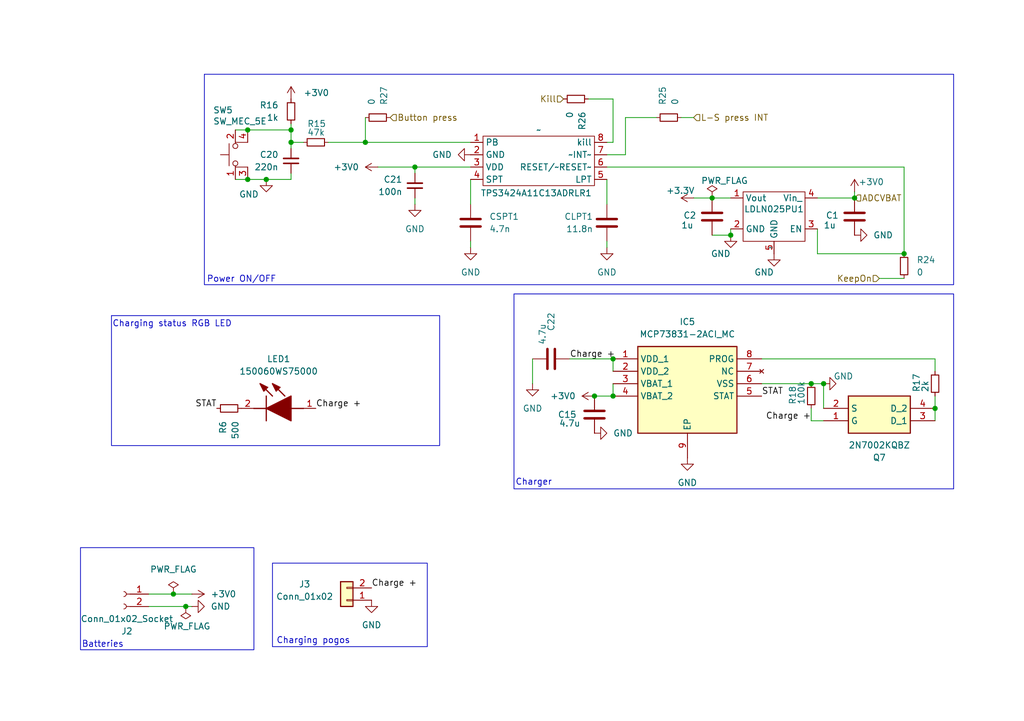
<source format=kicad_sch>
(kicad_sch (version 20250114) (generator "eeschema") (generator_version "9.0")
  (paper "A5")
  (lib_symbols
    (symbol "Connector:Conn_01x02_Socket" (pin_names (offset 1.016) (hide yes))
      (property "Reference" "J" (at 0 2.54 0))
      (property "Value" "Conn_01x02_Socket" (at 0 -5.08 0))
      (symbol "Conn_01x02_Socket_1_1"
        (polyline (pts (xy -1.27 0) (xy -0.508 0)) (stroke (width 0.1524)))
        (polyline (pts (xy -1.27 -2.54) (xy -0.508 -2.54)) (stroke (width 0.1524)))
        (arc (start 0 -0.508) (mid -0.5058 0) (end 0 0.508) (stroke (width 0.1524)))
        (arc (start 0 -3.048) (mid -0.5058 -2.54) (end 0 -2.032) (stroke (width 0.1524)))
        (pin passive line (at -5.08 0 0) (length 3.81) (name "Pin_1") (number "1"))
        (pin passive line (at -5.08 -2.54 0) (length 3.81) (name "Pin_2") (number "2"))
      )
    )
    (symbol "Connector_Generic:Conn_01x02" (pin_names (offset 1.016) (hide yes))
      (property "Reference" "J" (at 0 2.54 0))
      (property "Value" "Conn_01x02" (at 0 -5.08 0))
      (symbol "Conn_01x02_1_1"
        (rectangle (start -1.27 1.27) (end 1.27 -3.81) (stroke (width 0.254)) (fill (type background)))
        (rectangle (start -1.27 0.127) (end 0 -0.127) (stroke (width 0.1524)))
        (rectangle (start -1.27 -2.413) (end 0 -2.667) (stroke (width 0.1524)))
        (pin passive line (at -5.08 0 0) (length 3.81) (name "Pin_1") (number "1"))
        (pin passive line (at -5.08 -2.54 0) (length 3.81) (name "Pin_2") (number "2"))
      )
    )
    (symbol "Device:C" (pin_numbers (hide yes)) (pin_names (offset 0.254))
      (property "Reference" "C" (at 0.635 2.54 0))
      (property "Value" "C" (at 0.635 -2.54 0))
      (symbol "C_0_1"
        (polyline (pts (xy -2.032 0.762) (xy 2.032 0.762)) (stroke (width 0.508)))
        (polyline (pts (xy -2.032 -0.762) (xy 2.032 -0.762)) (stroke (width 0.508)))
      )
      (symbol "C_1_1"
        (pin passive line (at 0 3.81 270) (length 2.794) (name "~") (number "1"))
        (pin passive line (at 0 -3.81 90) (length 2.794) (name "~") (number "2"))
      )
    )
    (symbol "Device:C_Small" (pin_numbers (hide yes)) (pin_names (offset 0.254) (hide yes))
      (property "Reference" "C" (at 0.254 1.778 0))
      (property "Value" "C_Small" (at 0.254 -2.032 0))
      (symbol "C_Small_0_1"
        (polyline (pts (xy -1.524 0.508) (xy 1.524 0.508)) (stroke (width 0.3048)))
        (polyline (pts (xy -1.524 -0.508) (xy 1.524 -0.508)) (stroke (width 0.3302)))
      )
      (symbol "C_Small_1_1"
        (pin passive line (at 0 2.54 270) (length 2.032) (name "~") (number "1"))
        (pin passive line (at 0 -2.54 90) (length 2.032) (name "~") (number "2"))
      )
    )
    (symbol "Device:R_Small" (pin_numbers (hide yes)) (pin_names (offset 0.254) (hide yes))
      (property "Reference" "R" (at 0.762 0.508 0))
      (property "Value" "R_Small" (at 0.762 -1.016 0))
      (symbol "R_Small_0_1"
        (rectangle (start -0.762 1.778) (end 0.762 -1.778) (stroke (width 0.2032)))
      )
      (symbol "R_Small_1_1"
        (pin passive line (at 0 2.54 270) (length 0.762) (name "~") (number "1"))
        (pin passive line (at 0 -2.54 90) (length 0.762) (name "~") (number "2"))
      )
    )
    (symbol "SamacSys_Parts:150060WS75000" (pin_names (hide yes))
      (property "Reference" "LED" (at 12.7 8.89 0))
      (property "Value" "150060WS75000" (at 12.7 6.35 0))
      (symbol "150060WS75000_1_1"
        (polyline (pts (xy 2.54 0) (xy 5.08 0)) (stroke (width 0.254)))
        (polyline (pts (xy 5.08 2.54) (xy 5.08 -2.54)) (stroke (width 0.254)))
        (polyline (pts (xy 5.08 0) (xy 10.16 2.54) (xy 10.16 -2.54) (xy 5.08 0)) (stroke (width 0.254)) (fill (type outline)))
        (polyline (pts (xy 5.334 4.318) (xy 4.572 3.556) (xy 3.81 5.08) (xy 5.334 4.318)) (stroke (width 0.254)) (fill (type outline)))
        (polyline (pts (xy 6.35 2.54) (xy 3.81 5.08)) (stroke (width 0.254)))
        (polyline (pts (xy 7.874 4.318) (xy 7.112 3.556) (xy 6.35 5.08) (xy 7.874 4.318)) (stroke (width 0.254)) (fill (type outline)))
        (polyline (pts (xy 8.89 2.54) (xy 6.35 5.08)) (stroke (width 0.254)))
        (polyline (pts (xy 10.16 0) (xy 12.7 0)) (stroke (width 0.254)))
        (pin passive line (at 0 0 0) (length 2.54) (name "K") (number "2"))
        (pin passive line (at 15.24 0 180) (length 2.54) (name "A") (number "1"))
      )
    )
    (symbol "SamacSys_Parts:2N7002KQBZ"
      (property "Reference" "Q" (at 19.05 7.62 0))
      (property "Value" "2N7002KQBZ" (at 19.05 5.08 0))
      (symbol "2N7002KQBZ_1_1"
        (rectangle (start 5.08 2.54) (end 17.78 -5.08) (stroke (width 0.254)) (fill (type background)))
        (pin passive line (at 0 0 0) (length 5.08) (name "G") (number "1"))
        (pin passive line (at 0 -2.54 0) (length 5.08) (name "S") (number "2"))
        (pin passive line (at 22.86 0 180) (length 5.08) (name "D_1") (number "3"))
        (pin passive line (at 22.86 -2.54 180) (length 5.08) (name "D_2") (number "4"))
      )
    )
    (symbol "SamacSys_Parts:LDLN025PU33R"
      (property "Reference" "LDLN025PU1" (at 0 -1.524 0))
      (property "Value" "~" (at 0.635 6.35 0))
      (symbol "LDLN025PU33R_1_1"
        (rectangle (start -6.35 5.08) (end 6.35 -5.08))
        (pin passive line (at -8.89 2.54 0) (length 2.54) (name "EN") (number "3"))
        (pin passive line (at -8.89 -3.81 0) (length 2.54) (name "Vin_") (number "4"))
        (pin passive line (at 0 7.62 270) (length 2.54) (name "GND") (number "5"))
        (pin passive line (at 8.89 2.54 180) (length 2.54) (name "GND") (number "2"))
        (pin passive line (at 8.89 -3.81 180) (length 2.54) (name "Vout") (number "1"))
      )
    )
    (symbol "SamacSys_Parts:MCP73831-2ACI_MC"
      (property "Reference" "IC" (at 26.67 7.62 0))
      (property "Value" "MCP73831-2ACI_MC" (at 26.67 5.08 0))
      (symbol "MCP73831-2ACI_MC_1_1"
        (rectangle (start 5.08 2.54) (end 25.4 -15.24) (stroke (width 0.254)) (fill (type background)))
        (pin passive line (at 0 0 0) (length 5.08) (name "VDD_1") (number "1"))
        (pin passive line (at 0 -2.54 0) (length 5.08) (name "VDD_2") (number "2"))
        (pin passive line (at 0 -5.08 0) (length 5.08) (name "VBAT_1") (number "3"))
        (pin passive line (at 0 -7.62 0) (length 5.08) (name "VBAT_2") (number "4"))
        (pin passive line (at 15.24 -20.32 90) (length 5.08) (name "EP") (number "9"))
        (pin passive line (at 30.48 0 180) (length 5.08) (name "PROG") (number "8"))
        (pin no_connect line (at 30.48 -2.54 180) (length 5.08) (name "NC") (number "7"))
        (pin passive line (at 30.48 -5.08 180) (length 5.08) (name "VSS") (number "6"))
        (pin passive line (at 30.48 -7.62 180) (length 5.08) (name "STAT") (number "5"))
      )
    )
    (symbol "SamacSys_Parts:TPS3424-8"
      (property "Reference" "TPS3424-8" (at 8.89 4.064 0))
      (symbol "TPS3424-8_0_1"
        (rectangle (start -2.54 5.08) (end 20.32 -5.08))
      )
      (symbol "TPS3424-8_1_1"
        (pin passive line (at -5.08 3.81 0) (length 2.54) (name "PB") (number "1"))
        (pin passive line (at -5.08 1.27 0) (length 2.54) (name "GND") (number "2"))
        (pin passive line (at -5.08 -1.27 0) (length 2.54) (name "VDD") (number "3"))
        (pin passive line (at -5.08 -3.81 0) (length 2.54) (name "SPT") (number "4"))
        (pin passive line (at 22.86 3.81 180) (length 2.54) (name "kill") (number "8"))
        (pin passive line (at 22.86 1.27 180) (length 2.54) (name "~INT~") (number "7"))
        (pin passive line (at 22.86 -1.27 180) (length 2.54) (name "RESET/~RESET~") (number "6"))
        (pin passive line (at 22.86 -3.81 180) (length 2.54) (name "LPT") (number "5"))
      )
    )
    (symbol "Switch:SW_MEC_5E" (pin_names (offset 1.016) (hide yes))
      (property "Reference" "SW5" (at 2.032 -1.27 90))
      (property "Value" "SW_MEC_5E" (at 0 2.794 90))
      (symbol "SW_MEC_5E_0_1"
        (polyline (pts (xy -2.54 0) (xy -2.54 2.54) (xy -2.286 2.54)))
        (polyline (pts (xy -2.286 3.81) (xy 2.286 3.81)))
        (circle (center -1.778 2.54) (radius 0.508))
        (polyline (pts (xy 0 3.81) (xy 0 5.588)))
        (circle (center 1.778 2.54) (radius 0.508))
        (polyline (pts (xy 2.54 0) (xy 2.54 2.54) (xy 2.286 2.54)))
        (pin passive line (at -5.08 2.54 0) (length 2.54) (name "1") (number "1"))
      )
      (symbol "SW_MEC_5E_1_1"
        (pin passive line (at -5.08 0 0) (length 2.54) (name "3") (number "3"))
        (pin passive line (at 5.08 2.54 180) (length 2.54) (name "2") (number "2"))
        (pin passive line (at 5.08 0 180) (length 2.54) (name "4") (number "4"))
      )
    )
    (symbol "power:+3.3V" (power) (pin_numbers (hide yes)) (pin_names (offset 0) (hide yes))
      (property "Value" "+3.3V" (at 0 3.556 0))
      (symbol "+3.3V_0_1"
        (polyline (pts (xy -0.762 1.27) (xy 0 2.54)))
        (polyline (pts (xy 0 2.54) (xy 0.762 1.27)))
        (polyline (pts (xy 0 0) (xy 0 2.54)))
      )
      (symbol "+3.3V_1_1"
        (pin power_in line (at 0 0 90) (length 0) (name "~") (number "1"))
      )
    )
    (symbol "power:+3V0" (power) (pin_numbers (hide yes)) (pin_names (offset 0) (hide yes))
      (property "Value" "+3V0" (at 0 3.556 0))
      (symbol "+3V0_0_1"
        (polyline (pts (xy -0.762 1.27) (xy 0 2.54)))
        (polyline (pts (xy 0 2.54) (xy 0.762 1.27)))
        (polyline (pts (xy 0 0) (xy 0 2.54)))
      )
      (symbol "+3V0_1_1"
        (pin power_in line (at 0 0 90) (length 0) (name "~") (number "1"))
      )
    )
    (symbol "power:GND" (power) (pin_numbers (hide yes)) (pin_names (offset 0) (hide yes))
      (property "Value" "GND" (at 0 -3.81 0))
      (symbol "GND_0_1"
        (polyline (pts (xy 0 0) (xy 0 -1.27) (xy 1.27 -1.27) (xy 0 -2.54) (xy -1.27 -1.27) (xy 0 -1.27)))
      )
      (symbol "GND_1_1"
        (pin power_in line (at 0 0 270) (length 0) (name "~") (number "1"))
      )
    )
    (symbol "power:PWR_FLAG" (power) (pin_numbers (hide yes)) (pin_names (offset 0) (hide yes))
      (property "Value" "PWR_FLAG" (at 0 3.81 0))
      (symbol "PWR_FLAG_0_0"
        (pin power_out line (at 0 0 90) (length 0) (name "~") (number "1"))
      )
      (symbol "PWR_FLAG_0_1"
        (polyline (pts (xy 0 0) (xy 0 1.27) (xy -1.016 1.905) (xy 0 2.54) (xy 1.016 1.905) (xy 0 1.27)))
      )
    )
  )
  (rectangle (start 55.88 115.57) (end 87.63 132.715))
  (rectangle (start 22.86 64.77) (end 90.17 91.44))
  (rectangle (start 41.91 15.24) (end 195.58 58.42))
  (rectangle (start 105.41 60.325) (end 195.58 100.33))
  (rectangle (start 16.51 112.395) (end 52.07 133.35))
  (text "Charging pogos" (at 64.262 131.572 0) (effects (font (size 1.27 1.27))))
  (text "Charging status RGB LED" (at 35.306 66.548 0) (effects (font (size 1.27 1.27))))
  (text "Charger" (at 109.474 99.06 0) (effects (font (size 1.27 1.27))))
  (text "Batteries" (at 21.082 132.334 0) (effects (font (size 1.27 1.27))))
  (text "Power ON/OFF" (at 49.53 57.404 0) (effects (font (size 1.27 1.27))))
  (junction (at 146.05 40.64))
  (junction (at 121.92 81.28))
  (junction (at 50.8 26.67))
  (junction (at 59.69 26.67))
  (junction (at 149.86 48.26))
  (junction (at 191.77 83.82))
  (junction (at 54.61 36.83))
  (junction (at 175.26 40.64))
  (junction (at 125.73 73.66))
  (junction (at 166.37 78.74))
  (junction (at 74.93 29.21))
  (junction (at 185.42 52.07))
  (junction (at 59.69 29.21))
  (junction (at 85.09 34.29))
  (junction (at 35.56 121.92))
  (junction (at 38.1 124.46))
  (junction (at 125.73 81.28))
  (junction (at 50.8 36.83))
  (junction (at 168.91 78.74))
  (wire (pts (xy 50.8 36.83) (xy 54.61 36.83)))
  (wire (pts (xy 124.46 41.91) (xy 124.46 36.83)))
  (wire (pts (xy 128.27 31.75) (xy 124.46 31.75)))
  (wire (pts (xy 139.7 24.13) (xy 142.24 24.13)))
  (wire (pts (xy 124.46 34.29) (xy 185.42 34.29)))
  (wire (pts (xy 77.47 34.29) (xy 85.09 34.29)))
  (wire (pts (xy 48.26 36.83) (xy 50.8 36.83)))
  (wire (pts (xy 48.26 26.67) (xy 50.8 26.67)))
  (wire (pts (xy 39.37 124.46) (xy 38.1 124.46)))
  (wire (pts (xy 85.09 34.29) (xy 85.09 35.56)))
  (wire (pts (xy 146.05 48.26) (xy 149.86 48.26)))
  (wire (pts (xy 96.52 50.8) (xy 96.52 49.53)))
  (wire (pts (xy 146.05 40.64) (xy 149.86 40.64)))
  (wire (pts (xy 167.64 40.64) (xy 175.26 40.64)))
  (wire (pts (xy 180.34 57.15) (xy 185.42 57.15)))
  (wire (pts (xy 175.26 40.64) (xy 175.26 39.37)))
  (wire (pts (xy 121.92 81.28) (xy 125.73 81.28)))
  (wire (pts (xy 149.86 48.26) (xy 149.86 46.99)))
  (wire (pts (xy 59.69 26.67) (xy 59.69 29.21)))
  (wire (pts (xy 191.77 73.66) (xy 156.21 73.66)))
  (wire (pts (xy 67.31 29.21) (xy 74.93 29.21)))
  (wire (pts (xy 128.27 24.13) (xy 128.27 31.75)))
  (wire (pts (xy 191.77 81.28) (xy 191.77 83.82)))
  (wire (pts (xy 185.42 34.29) (xy 185.42 52.07)))
  (wire (pts (xy 156.21 78.74) (xy 166.37 78.74)))
  (wire (pts (xy 30.48 124.46) (xy 38.1 124.46)))
  (wire (pts (xy 116.84 73.66) (xy 125.73 73.66)))
  (wire (pts (xy 96.52 41.91) (xy 96.52 36.83)))
  (wire (pts (xy 30.48 121.92) (xy 35.56 121.92)))
  (wire (pts (xy 191.77 76.2) (xy 191.77 73.66)))
  (wire (pts (xy 167.64 52.07) (xy 185.42 52.07)))
  (wire (pts (xy 166.37 83.82) (xy 166.37 86.36)))
  (wire (pts (xy 168.91 78.74) (xy 168.91 83.82)))
  (wire (pts (xy 59.69 35.56) (xy 59.69 36.83)))
  (wire (pts (xy 125.73 78.74) (xy 125.73 81.28)))
  (wire (pts (xy 85.09 41.91) (xy 85.09 40.64)))
  (wire (pts (xy 142.24 40.64) (xy 146.05 40.64)))
  (wire (pts (xy 125.73 29.21) (xy 124.46 29.21)))
  (wire (pts (xy 35.56 121.92) (xy 39.37 121.92)))
  (wire (pts (xy 85.09 34.29) (xy 96.52 34.29)))
  (wire (pts (xy 166.37 78.74) (xy 168.91 78.74)))
  (wire (pts (xy 166.37 86.36) (xy 168.91 86.36)))
  (wire (pts (xy 191.77 83.82) (xy 191.77 86.36)))
  (wire (pts (xy 125.73 20.32) (xy 125.73 29.21)))
  (wire (pts (xy 167.64 52.07) (xy 167.64 46.99)))
  (wire (pts (xy 54.61 36.83) (xy 59.69 36.83)))
  (wire (pts (xy 109.22 73.66) (xy 109.22 78.74)))
  (wire (pts (xy 120.65 20.32) (xy 125.73 20.32)))
  (wire (pts (xy 59.69 25.4) (xy 59.69 26.67)))
  (wire (pts (xy 59.69 29.21) (xy 59.69 30.48)))
  (wire (pts (xy 128.27 24.13) (xy 134.62 24.13)))
  (wire (pts (xy 59.69 29.21) (xy 62.23 29.21)))
  (wire (pts (xy 74.93 24.13) (xy 74.93 29.21)))
  (wire (pts (xy 124.46 50.8) (xy 124.46 49.53)))
  (wire (pts (xy 125.73 73.66) (xy 125.73 76.2)))
  (wire (pts (xy 50.8 26.67) (xy 59.69 26.67)))
  (wire (pts (xy 74.93 29.21) (xy 96.52 29.21)))
  (label "Charge +" (at 76.2 120.65 0))
  (label "Charge +" (at 166.37 86.36 180))
  (label "STAT" (at 156.21 81.28 0))
  (label "Charge +" (at 116.84 73.66 0))
  (label "Charge +" (at 64.77 83.82 0))
  (label "STAT" (at 44.45 83.82 180))
  (hierarchical_label "Kill" (shape input) (at 115.57 20.32 180))
  (hierarchical_label "ADCVBAT" (shape input) (at 175.26 40.64 0))
  (hierarchical_label "L-S press INT" (shape input) (at 142.24 24.13 0))
  (hierarchical_label "Button press" (shape input) (at 80.01 24.13 0))
  (hierarchical_label "KeepOn" (shape input) (at 180.34 57.15 180))
  (symbol (lib_id "Device:R_Small") (at 64.77 29.21 90) (mirror x) (unit 1)
    (property "Reference" "R15" (at 62.992 25.4 90) (effects (justify right)))
    (property "Value" "47k" (at 62.992 27.178 90) (effects (justify right)))
    (property "Footprint" "Resistor_SMD:R_0201_0603Metric" (effects (hide yes)))
    (property "Description" "Resistor, small symbol" (effects (hide yes)))
  )
  (symbol (lib_id "power:PWR_FLAG") (at 38.1 124.46 0) (mirror x) (unit 1)
    (property "Reference" "#FLG03" (effects (hide yes)))
    (property "Value" "PWR_FLAG" (at 33.528 128.524 0) (effects (justify left)))
    (property "Description" "Special symbol for telling ERC where power comes from" (effects (hide yes)))
  )
  (symbol (lib_id "SamacSys_Parts:150060WS75000") (at 49.53 83.82 0) (unit 1)
    (property "Reference" "LED1" (at 57.15 73.66 0))
    (property "Value" "150060WS75000" (at 57.15 76.2 0))
    (property "Footprint" "150060WS75000" (effects (hide yes)))
    (property "Datasheet" "https://www.we-online.com/components/products/datasheet/150060WS75000.pdf" (effects (hide yes)))
    (property "Description" "Standard LEDs - SMD WL-SMCW SMD Mono-color Chip LED Waterclear SMT 0603 White 250mcd 5mA 2.9V" (effects (hide yes)))
    (property "Height" "0.5" (effects (hide yes)))
    (property "Manufacturer_Name" "Wurth Elektronik" (effects (hide yes)))
    (property "Manufacturer_Part_Number" "150060WS75000" (effects (hide yes)))
    (property "Mouser Part Number" "710-150060WS75000" (effects (hide yes)))
    (property "Mouser Price/Stock" "https://www.mouser.co.uk/ProductDetail/Wurth-Elektronik/150060WS75000?qs=Vi0JKjFBtYnXocxArY0Wng%3D%3D" (effects (hide yes)))
  )
  (symbol (lib_id "Device:R_Small") (at 46.99 83.82 90) (unit 1)
    (property "Reference" "R6" (at 45.7199 86.36 0) (effects (justify right)))
    (property "Value" "500" (at 48.2599 86.36 0) (effects (justify right)))
    (property "Footprint" "Resistor_SMD:R_0201_0603Metric" (effects (hide yes)))
    (property "Description" "Resistor, small symbol" (effects (hide yes)))
  )
  (symbol (lib_id "power:GND") (at 121.92 88.9 90) (unit 1)
    (property "Reference" "#PWR030" (effects (hide yes)))
    (property "Value" "GND" (at 125.73 88.8999 90) (effects (justify right)))
    (property "Description" "Power symbol creates a global label with name \"GND\" , ground" (effects (hide yes)))
  )
  (symbol (lib_id "Device:R_Small") (at 137.16 24.13 90) (mirror x) (unit 1)
    (property "Reference" "R25" (at 135.8899 21.59 0) (effects (justify right)))
    (property "Value" "0" (at 138.4299 21.59 0) (effects (justify right)))
    (property "Footprint" "Resistor_SMD:R_0201_0603Metric" (effects (hide yes)))
    (property "Description" "Resistor, small symbol" (effects (hide yes)))
  )
  (symbol (lib_id "Device:C") (at 146.05 44.45 0) (mirror y) (unit 1)
    (property "Reference" "C2" (at 141.478 44.196 0))
    (property "Value" "1u" (at 140.97 46.228 0))
    (property "Footprint" "Capacitor_SMD:C_0402_1005Metric" (effects (hide yes)))
    (property "Description" "Unpolarized capacitor" (effects (hide yes)))
  )
  (symbol (lib_id "Device:R_Small") (at 166.37 81.28 0) (mirror x) (unit 1)
    (property "Reference" "R18" (at 162.56 83.058 90) (effects (justify right)))
    (property "Value" "100k" (at 164.338 83.058 90) (effects (justify right)))
    (property "Footprint" "Resistor_SMD:R_0201_0603Metric" (effects (hide yes)))
    (property "Description" "Resistor, small symbol" (effects (hide yes)))
  )
  (symbol (lib_id "power:GND") (at 96.52 50.8 0) (unit 1)
    (property "Reference" "#PWR024" (effects (hide yes)))
    (property "Value" "GND" (at 96.52 55.88 0))
    (property "Description" "Power symbol creates a global label with name \"GND\" , ground" (effects (hide yes)))
  )
  (symbol (lib_id "power:GND") (at 168.91 78.74 90) (unit 1)
    (property "Reference" "#PWR023" (effects (hide yes)))
    (property "Value" "GND" (at 172.974 77.216 90))
    (property "Description" "Power symbol creates a global label with name \"GND\" , ground" (effects (hide yes)))
  )
  (symbol (lib_id "Switch:SW_MEC_5E") (at 50.8 31.75 90) (unit 1)
    (property "Reference" "SW5" (at 43.688 22.606 90) (effects (justify right)))
    (property "Value" "SW_MEC_5E" (at 43.688 24.892 90) (effects (justify right)))
    (property "Footprint" "SamacSys_Parts:Wurth side button 434331013822" (effects (hide yes)))
    (property "Datasheet" "https://www.we-online.com/components/products/datasheet/434331045822.pdf" (effects (hide yes)))
    (property "Description" "MEC 5E single pole normally-open tactile switch" (effects (hide yes)))
  )
  (symbol (lib_id "power:GND") (at 54.61 36.83 0) (unit 1)
    (property "Reference" "#PWR027" (effects (hide yes)))
    (property "Value" "GND" (at 51.054 39.878 0))
    (property "Description" "Power symbol creates a global label with name \"GND\" , ground" (effects (hide yes)))
  )
  (symbol (lib_id "Device:R_Small") (at 185.42 54.61 0) (mirror y) (unit 1)
    (property "Reference" "R24" (at 187.96 53.3399 0) (effects (justify right)))
    (property "Value" "0" (at 187.96 55.8799 0) (effects (justify right)))
    (property "Footprint" "Resistor_SMD:R_0201_0603Metric" (effects (hide yes)))
    (property "Description" "Resistor, small symbol" (effects (hide yes)))
  )
  (symbol (lib_id "power:GND") (at 109.22 78.74 0) (unit 1)
    (property "Reference" "#PWR029" (effects (hide yes)))
    (property "Value" "GND" (at 109.22 83.82 0))
    (property "Description" "Power symbol creates a global label with name \"GND\" , ground" (effects (hide yes)))
  )
  (symbol (lib_id "power:+3V0") (at 59.69 20.32 0) (unit 1)
    (property "Reference" "#PWRr0108" (effects (hide yes)))
    (property "Value" "+3V0" (at 62.23 19.0499 0) (effects (justify left)))
    (property "Description" "Power symbol creates a global label with name \"+3V0\"" (effects (hide yes)))
  )
  (symbol (lib_id "Device:C") (at 96.52 45.72 180) (unit 1)
    (property "Reference" "CSPT1" (at 100.33 44.4499 0) (effects (justify right)))
    (property "Value" "4.7n" (at 100.33 46.9899 0) (effects (justify right)))
    (property "Footprint" "Capacitor_SMD:C_0402_1005Metric" (effects (hide yes)))
    (property "Description" "Unpolarized capacitor" (effects (hide yes)))
  )
  (symbol (lib_id "power:+3V0") (at 175.26 39.37 0) (unit 1)
    (property "Reference" "#PWRr01" (effects (hide yes)))
    (property "Value" "+3V0" (at 176.022 37.338 0) (effects (justify left)))
    (property "Description" "Power symbol creates a global label with name \"+3V0\"" (effects (hide yes)))
  )
  (symbol (lib_id "power:+3V0") (at 39.37 121.92 270) (unit 1)
    (property "Reference" "#PWRr0101" (effects (hide yes)))
    (property "Value" "+3V0" (at 43.18 121.9199 90) (effects (justify left)))
    (property "Description" "Power symbol creates a global label with name \"+3V0\"" (effects (hide yes)))
  )
  (symbol (lib_id "Device:C_Small") (at 59.69 33.02 0) (mirror x) (unit 1)
    (property "Reference" "C20" (at 57.15 31.7435 0) (effects (justify right)))
    (property "Value" "220n" (at 57.15 34.2835 0) (effects (justify right)))
    (property "Footprint" "Capacitor_SMD:C_0201_0603Metric" (effects (hide yes)))
    (property "Description" "Unpolarized capacitor, small symbol" (effects (hide yes)))
  )
  (symbol (lib_id "power:GND") (at 124.46 50.8 0) (unit 1)
    (property "Reference" "#PWR025" (effects (hide yes)))
    (property "Value" "GND" (at 124.46 55.88 0))
    (property "Description" "Power symbol creates a global label with name \"GND\" , ground" (effects (hide yes)))
  )
  (symbol (lib_id "Device:C") (at 113.03 73.66 270) (mirror x) (unit 1)
    (property "Reference" "C22" (at 113.03 66.04 0))
    (property "Value" "4.7u" (at 111.252 68.58 0))
    (property "Footprint" "Capacitor_SMD:C_0402_1005Metric" (effects (hide yes)))
    (property "Description" "Unpolarized capacitor" (effects (hide yes)))
  )
  (symbol (lib_id "power:GND") (at 149.86 48.26 0) (unit 1)
    (property "Reference" "#PWR034" (effects (hide yes)))
    (property "Value" "GND" (at 149.8599 52.07 0) (effects (justify right)))
    (property "Description" "Power symbol creates a global label with name \"GND\" , ground" (effects (hide yes)))
  )
  (symbol (lib_id "SamacSys_Parts:LDLN025PU33R") (at 158.75 44.45 180) (unit 1)
    (property "Reference" "LDLN025PU1" (at 158.75 42.926 0))
    (property "Value" "~" (at 158.115 50.8 0))
    (property "Footprint" "Package_DFN_QFN:OnSemi_XDFN4-1EP_1.0x1.0mm_EP0.52x0.52mm" (effects (hide yes)))
  )
  (symbol (lib_id "power:GND") (at 76.2 123.19 0) (unit 1)
    (property "Reference" "#PWR031" (effects (hide yes)))
    (property "Value" "GND" (at 76.2 128.27 0))
    (property "Description" "Power symbol creates a global label with name \"GND\" , ground" (effects (hide yes)))
  )
  (symbol (lib_id "Device:R_Small") (at 191.77 78.74 0) (mirror x) (unit 1)
    (property "Reference" "R17" (at 187.96 80.518 90) (effects (justify right)))
    (property "Value" "2k" (at 189.738 80.518 90) (effects (justify right)))
    (property "Footprint" "Resistor_SMD:R_0201_0603Metric" (effects (hide yes)))
    (property "Description" "Resistor, small symbol" (effects (hide yes)))
  )
  (symbol (lib_id "power:GND") (at 96.52 31.75 270) (unit 1)
    (property "Reference" "#PWR021" (effects (hide yes)))
    (property "Value" "GND" (at 92.71 31.7499 90) (effects (justify right)))
    (property "Description" "Power symbol creates a global label with name \"GND\" , ground" (effects (hide yes)))
  )
  (symbol (lib_id "Device:R_Small") (at 77.47 24.13 270) (unit 1)
    (property "Reference" "R27" (at 78.7401 21.59 0) (effects (justify right)))
    (property "Value" "0" (at 76.2001 21.59 0) (effects (justify right)))
    (property "Footprint" "Resistor_SMD:R_0201_0603Metric" (effects (hide yes)))
    (property "Description" "Resistor, small symbol" (effects (hide yes)))
  )
  (symbol (lib_id "power:GND") (at 175.26 48.26 90) (unit 1)
    (property "Reference" "#PWR02" (effects (hide yes)))
    (property "Value" "GND" (at 179.07 48.2601 90) (effects (justify right)))
    (property "Description" "Power symbol creates a global label with name \"GND\" , ground" (effects (hide yes)))
  )
  (symbol (lib_id "power:GND") (at 140.97 93.98 0) (unit 1)
    (property "Reference" "#PWR028" (effects (hide yes)))
    (property "Value" "GND" (at 140.97 99.06 0))
    (property "Description" "Power symbol creates a global label with name \"GND\" , ground" (effects (hide yes)))
  )
  (symbol (lib_id "Device:R_Small") (at 59.69 22.86 0) (unit 1)
    (property "Reference" "R16" (at 57.15 21.5899 0) (effects (justify right)))
    (property "Value" "1k" (at 57.15 24.1299 0) (effects (justify right)))
    (property "Footprint" "Resistor_SMD:R_0201_0603Metric" (effects (hide yes)))
    (property "Description" "Resistor, small symbol" (effects (hide yes)))
  )
  (symbol (lib_id "Device:C") (at 121.92 85.09 0) (mirror y) (unit 1)
    (property "Reference" "C15" (at 116.332 85.09 0))
    (property "Value" "4.7u" (at 116.84 86.868 0))
    (property "Footprint" "Capacitor_SMD:C_0402_1005Metric" (effects (hide yes)))
    (property "Description" "Unpolarized capacitor" (effects (hide yes)))
  )
  (symbol (lib_id "Device:R_Small") (at 118.11 20.32 270) (mirror x) (unit 1)
    (property "Reference" "R26" (at 119.3801 22.86 0) (effects (justify right)))
    (property "Value" "0" (at 116.8401 22.86 0) (effects (justify right)))
    (property "Footprint" "Resistor_SMD:R_0201_0603Metric" (effects (hide yes)))
    (property "Description" "Resistor, small symbol" (effects (hide yes)))
  )
  (symbol (lib_id "power:+3V0") (at 121.92 81.28 90) (unit 1)
    (property "Reference" "#PWRr0102" (effects (hide yes)))
    (property "Value" "+3V0" (at 118.11 81.2799 90) (effects (justify left)))
    (property "Description" "Power symbol creates a global label with name \"+3V0\"" (effects (hide yes)))
  )
  (symbol (lib_id "power:+3.3V") (at 142.24 40.64 90) (unit 1)
    (property "Reference" "#PWR035" (effects (hide yes)))
    (property "Value" "+3.3V" (at 142.494 39.116 90) (effects (justify left)))
    (property "Description" "Power symbol creates a global label with name \"+3.3V\"" (effects (hide yes)))
  )
  (symbol (lib_id "power:GND") (at 85.09 41.91 0) (unit 1)
    (property "Reference" "#PWR049" (effects (hide yes)))
    (property "Value" "GND" (at 85.09 46.99 0))
    (property "Description" "Power symbol creates a global label with name \"GND\" , ground" (effects (hide yes)))
  )
  (symbol (lib_id "Device:C") (at 175.26 44.45 0) (mirror y) (unit 1)
    (property "Reference" "C1" (at 170.688 44.196 0))
    (property "Value" "1u" (at 170.18 46.228 0))
    (property "Footprint" "Capacitor_SMD:C_0402_1005Metric" (effects (hide yes)))
    (property "Description" "Unpolarized capacitor" (effects (hide yes)))
  )
  (symbol (lib_id "Device:C") (at 124.46 45.72 0) (mirror x) (unit 1)
    (property "Reference" "CLPT1" (at 121.666 44.45 0) (effects (justify right)))
    (property "Value" "11.8n" (at 121.666 46.99 0) (effects (justify right)))
    (property "Footprint" "Capacitor_SMD:C_0402_1005Metric" (effects (hide yes)))
    (property "Description" "Unpolarized capacitor" (effects (hide yes)))
  )
  (symbol (lib_id "Connector:Conn_01x02_Socket") (at 25.4 121.92 0) (mirror y) (unit 1)
    (property "Reference" "J2" (at 26.035 129.54 0))
    (property "Value" "Conn_01x02_Socket" (at 26.035 127 0))
    (property "Footprint" "SamacSys_Parts:Battery 36mm watch" (effects (hide yes)))
    (property "Description" "Generic connector, single row, 01x02, script generated" (effects (hide yes)))
  )
  (symbol (lib_id "SamacSys_Parts:MCP73831-2ACI_MC") (at 125.73 73.66 0) (unit 1)
    (property "Reference" "IC5" (at 140.97 66.04 0))
    (property "Value" "MCP73831-2ACI_MC" (at 140.97 68.58 0))
    (property "Footprint" "SamacSys_Parts:SON50P300X200X100-9N-D" (effects (hide yes)))
    (property "Datasheet" "https://datasheet.datasheetarchive.com/originals/distributors/SFDatasheet-4/sf-00090108.pdf" (effects (hide yes)))
    (property "Description" "Microchip MCP73831-2ACI/MC, Battery Charge Controller Lithium-Ion, Lithium-Polymer, 8-pin DFN" (effects (hide yes)))
    (property "Height" "1" (effects (hide yes)))
    (property "Manufacturer_Name" "Microchip" (effects (hide yes)))
    (property "Manufacturer_Part_Number" "MCP73831-2ACI/MC" (effects (hide yes)))
    (property "Mouser Part Number" "579-MCP73831-2ACI/MC" (effects (hide yes)))
    (property "Mouser Price/Stock" "https://www.mouser.co.uk/ProductDetail/Microchip-Technology/MCP73831-2ACI-MC?qs=hH%252BOa0VZEiBneYTVdpuVdg%3D%3D" (effects (hide yes)))
    (property "Arrow Part Number" "MCP73831-2ACI/MC" (effects (hide yes)))
    (property "Arrow Price/Stock" "https://www.arrow.com/en/products/mcp73831-2acimc/microchip-technology?region=nac" (effects (hide yes)))
  )
  (symbol (lib_id "SamacSys_Parts:2N7002KQBZ") (at 168.91 86.36 0) (mirror x) (unit 1)
    (property "Reference" "Q7" (at 180.34 93.9042 0))
    (property "Value" "2N7002KQBZ" (at 180.34 91.3642 0))
    (property "Footprint" "SamacSys_Parts:2N7002KQBZ" (effects (hide yes)))
    (property "Datasheet" "https://assets.nexperia.com/documents/data-sheet/2N7002KQB.pdf" (effects (hide yes)))
    (property "Description" "N-Channel 60 V 720mA (Ta) 420mW (Ta), 4.2W (Tc) Surface Mount, Wettable Flank DFN1110D-3" (effects (hide yes)))
    (property "Height" "0.5" (effects (hide yes)))
    (property "Manufacturer_Name" "Nexperia" (effects (hide yes)))
    (property "Manufacturer_Part_Number" "2N7002KQBZ" (effects (hide yes)))
    (property "Mouser Part Number" "771-2N7002KQBZ" (effects (hide yes)))
    (property "Mouser Price/Stock" "https://www.mouser.co.uk/ProductDetail/Nexperia/2N7002KQBZ?qs=A6eO%252BMLsxmQEVgBEiM5VjQ%3D%3D" (effects (hide yes)))
    (property "Arrow Part Number" "2N7002KQBZ" (effects (hide yes)))
    (property "Arrow Price/Stock" "https://www.arrow.com/en/products/2n7002kqbz/nexperia?utm_currency=USD&region=nac" (effects (hide yes)))
  )
  (symbol (lib_id "Device:C_Small") (at 85.09 38.1 0) (mirror x) (unit 1)
    (property "Reference" "C21" (at 82.55 36.8235 0) (effects (justify right)))
    (property "Value" "100n" (at 82.55 39.3635 0) (effects (justify right)))
    (property "Footprint" "Capacitor_SMD:C_0201_0603Metric" (effects (hide yes)))
    (property "Description" "Unpolarized capacitor, small symbol" (effects (hide yes)))
  )
  (symbol (lib_id "power:PWR_FLAG") (at 146.05 40.64 0) (unit 1)
    (property "Reference" "#FLG01" (effects (hide yes)))
    (property "Value" "PWR_FLAG" (at 148.59 37.084 0))
    (property "Description" "Special symbol for telling ERC where power comes from" (effects (hide yes)))
  )
  (symbol (lib_id "SamacSys_Parts:TPS3424-8") (at 101.6 33.02 0) (unit 1)
    (property "Reference" "TPS3424A11C13ADRLR1" (at 109.982 39.624 0))
    (property "Value" "~" (at 110.49 26.67 0))
    (property "Footprint" "Package_TO_SOT_SMD:SOT-583-8" (effects (hide yes)))
    (property "Datasheet" "https://www.ti.com/lit/ds/symlink/tps3424.pdf?ts=1759078673011" (effects (hide yes)))
  )
  (symbol (lib_id "power:GND") (at 39.37 124.46 90) (mirror x) (unit 1)
    (property "Reference" "#PWR08" (effects (hide yes)))
    (property "Value" "GND" (at 43.18 124.4601 90) (effects (justify right)))
    (property "Description" "Power symbol creates a global label with name \"GND\" , ground" (effects (hide yes)))
  )
  (symbol (lib_id "power:GND") (at 158.75 52.07 0) (unit 1)
    (property "Reference" "#PWR043" (effects (hide yes)))
    (property "Value" "GND" (at 158.7499 55.88 0) (effects (justify right)))
    (property "Description" "Power symbol creates a global label with name \"GND\" , ground" (effects (hide yes)))
  )
  (symbol (lib_id "power:+3V0") (at 77.47 34.29 90) (unit 1)
    (property "Reference" "#PWRr0104" (effects (hide yes)))
    (property "Value" "+3V0" (at 73.66 34.2899 90) (effects (justify left)))
    (property "Description" "Power symbol creates a global label with name \"+3V0\"" (effects (hide yes)))
  )
  (symbol (lib_id "power:PWR_FLAG") (at 35.56 121.92 0) (unit 1)
    (property "Reference" "#FLG02" (effects (hide yes)))
    (property "Value" "PWR_FLAG" (at 35.56 116.84 0))
    (property "Description" "Special symbol for telling ERC where power comes from" (effects (hide yes)))
  )
  (symbol (lib_id "Connector_Generic:Conn_01x02") (at 71.12 123.19 180) (unit 1)
    (property "Reference" "J3" (at 62.484 119.888 0))
    (property "Value" "Conn_01x02" (at 62.484 122.428 0))
    (property "Footprint" "SamacSys_Parts:Battery pogo pins" (effects (hide yes)))
    (property "Description" "Generic connector, single row, 01x02, script generated (kicad-library-utils/schlib/autogen/connector/)" (effects (hide yes)))
  )
)
</source>
